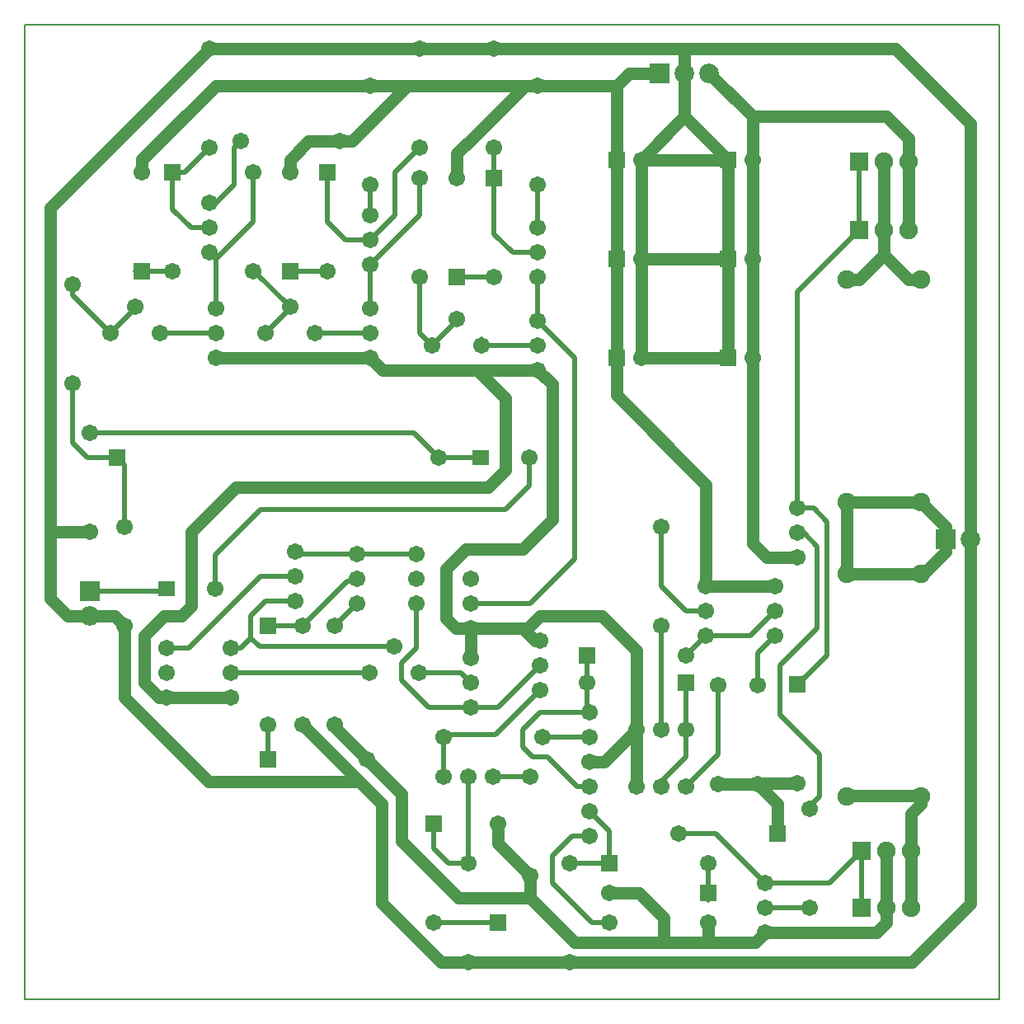
<source format=gbl>
G04 #@! TF.FileFunction,Copper,L2,Bot,Signal*
%FSLAX46Y46*%
G04 Gerber Fmt 4.6, Leading zero omitted, Abs format (unit mm)*
G04 Created by KiCad (PCBNEW 4.0.1-stable) date 09/21/16 04:31:25*
%MOMM*%
G01*
G04 APERTURE LIST*
%ADD10C,0.100000*%
%ADD11C,0.150000*%
%ADD12R,1.716000X1.716000*%
%ADD13C,1.716000*%
%ADD14R,2.016000X2.016000*%
%ADD15C,2.016000*%
%ADD16C,1.916000*%
%ADD17R,1.916000X1.916000*%
%ADD18R,1.716000X1.554000*%
%ADD19C,0.508000*%
%ADD20C,1.270000*%
G04 APERTURE END LIST*
D10*
D11*
X115000000Y-145000000D02*
X115000000Y-45000000D01*
X215000000Y-45000000D02*
X115000000Y-45000000D01*
X215000000Y-145000000D02*
X115000000Y-145000000D01*
X215000000Y-45000000D02*
X215000000Y-145000000D01*
D12*
X126957460Y-70251480D03*
D13*
X126960000Y-60092000D03*
D12*
X130137540Y-60092520D03*
D13*
X130135000Y-70252000D03*
D12*
X142197460Y-70251480D03*
D13*
X142200000Y-60092000D03*
D12*
X146012540Y-60092520D03*
D13*
X146010000Y-70252000D03*
D12*
X159342460Y-70886480D03*
D13*
X159345000Y-60727000D03*
D12*
X163157540Y-60727520D03*
D13*
X163155000Y-70887000D03*
D12*
X139954520Y-120393460D03*
D13*
X150114000Y-120396000D03*
D12*
X139956540Y-106680520D03*
D13*
X139954000Y-116840000D03*
D12*
X163573460Y-137159480D03*
D13*
X163576000Y-127000000D03*
D12*
X156974540Y-127000520D03*
D13*
X156972000Y-137160000D03*
D12*
X185165480Y-134114540D03*
D13*
X175006000Y-134112000D03*
D12*
X175006520Y-131061460D03*
D13*
X185166000Y-131064000D03*
D12*
X172720520Y-109725460D03*
D13*
X182880000Y-109728000D03*
D12*
X182879480Y-112524540D03*
D13*
X172720000Y-112522000D03*
D12*
X192277480Y-128018540D03*
D13*
X182118000Y-128016000D03*
D12*
X194272540Y-112670520D03*
D13*
X194270000Y-122830000D03*
D14*
X121666000Y-103124000D03*
D15*
X121666000Y-105664000D03*
D14*
X209550000Y-97790000D03*
D15*
X212090000Y-97790000D03*
D14*
X180173000Y-49932000D03*
D15*
X182713000Y-49932000D03*
X185253000Y-49932000D03*
D13*
X133945000Y-65807000D03*
X133945000Y-63267000D03*
X133945000Y-68347000D03*
X134580000Y-76602000D03*
X134580000Y-79142000D03*
X134580000Y-74062000D03*
X150455000Y-67077000D03*
X150455000Y-64537000D03*
X150455000Y-69617000D03*
X150455000Y-76602000D03*
X150455000Y-79142000D03*
X150455000Y-74062000D03*
X167600000Y-68347000D03*
X167600000Y-65807000D03*
X167600000Y-70887000D03*
X167600000Y-77872000D03*
X167600000Y-80412000D03*
X167600000Y-75332000D03*
X149098000Y-101854000D03*
X149098000Y-104394000D03*
X149098000Y-99314000D03*
X142748000Y-101600000D03*
X142748000Y-99060000D03*
X142748000Y-104140000D03*
X129540000Y-111506000D03*
X129540000Y-108966000D03*
X129540000Y-114046000D03*
X155194000Y-101854000D03*
X155194000Y-99314000D03*
X155194000Y-104394000D03*
X160782000Y-104394000D03*
X160782000Y-101854000D03*
X160782000Y-106934000D03*
X136144000Y-111506000D03*
X136144000Y-114046000D03*
X136144000Y-108966000D03*
X160782000Y-112522000D03*
X160782000Y-109982000D03*
X160782000Y-115062000D03*
X160528000Y-122174000D03*
X163068000Y-122174000D03*
X157988000Y-122174000D03*
X167894000Y-110744000D03*
X167894000Y-113284000D03*
X167894000Y-108204000D03*
X172974000Y-125730000D03*
X172974000Y-128270000D03*
X172974000Y-123190000D03*
X172974000Y-118110000D03*
X172974000Y-120650000D03*
X172974000Y-115570000D03*
X184912000Y-105156000D03*
X184912000Y-102616000D03*
X184912000Y-107696000D03*
X180340000Y-117348000D03*
X177800000Y-117348000D03*
X182880000Y-117348000D03*
X192024000Y-105156000D03*
X192024000Y-107696000D03*
X192024000Y-102616000D03*
X180340000Y-123190000D03*
X182880000Y-123190000D03*
X177800000Y-123190000D03*
X191008000Y-135636000D03*
X191008000Y-138176000D03*
X191008000Y-133096000D03*
X194310000Y-97155000D03*
X194310000Y-99695000D03*
X194310000Y-94615000D03*
D16*
X203454000Y-135636000D03*
D17*
X200914000Y-135636000D03*
D16*
X205994000Y-135636000D03*
X203454000Y-129794000D03*
D17*
X200914000Y-129794000D03*
D16*
X205994000Y-129794000D03*
X203200000Y-66040000D03*
D17*
X200660000Y-66040000D03*
D16*
X205740000Y-66040000D03*
X203200000Y-59055000D03*
D17*
X200660000Y-59055000D03*
D16*
X205740000Y-59055000D03*
D18*
X129540000Y-102870000D03*
D13*
X134540000Y-102870000D03*
D18*
X161798000Y-89408000D03*
D13*
X166798000Y-89408000D03*
D12*
X175728000Y-58822000D03*
D13*
X178268000Y-58822000D03*
D12*
X175728000Y-68982000D03*
D13*
X178268000Y-68982000D03*
D12*
X175728000Y-79142000D03*
D13*
X178268000Y-79142000D03*
D12*
X187158000Y-58822000D03*
D13*
X189698000Y-58822000D03*
D12*
X187158000Y-68982000D03*
D13*
X189698000Y-68982000D03*
D12*
X187158000Y-79142000D03*
D13*
X189698000Y-79142000D03*
D16*
X199390000Y-124206000D03*
X199390000Y-101346000D03*
X207010000Y-124206000D03*
X207010000Y-101346000D03*
X199390000Y-93980000D03*
X199390000Y-71120000D03*
X207010000Y-93980000D03*
X207010000Y-71120000D03*
D13*
X121666000Y-86868000D03*
X121666000Y-97028000D03*
X125222000Y-96520000D03*
X125222000Y-106680000D03*
X119888000Y-71628000D03*
X119888000Y-81788000D03*
X147280000Y-56917000D03*
X137120000Y-56917000D03*
X133945000Y-57552000D03*
X133945000Y-47392000D03*
X138390000Y-70252000D03*
X138390000Y-60092000D03*
X150455000Y-51202000D03*
X150455000Y-61362000D03*
X155535000Y-57552000D03*
X155535000Y-47392000D03*
X155535000Y-70887000D03*
X155535000Y-60727000D03*
X167600000Y-51202000D03*
X167600000Y-61362000D03*
X163155000Y-57552000D03*
X163155000Y-47392000D03*
X146812000Y-116840000D03*
X146812000Y-106680000D03*
X143510000Y-106680000D03*
X143510000Y-116840000D03*
X166878000Y-132334000D03*
X166878000Y-122174000D03*
X160528000Y-131064000D03*
X160528000Y-141224000D03*
X157988000Y-118110000D03*
X168148000Y-118110000D03*
X185166000Y-137160000D03*
X175006000Y-137160000D03*
X170942000Y-131064000D03*
X170942000Y-141224000D03*
X180340000Y-96520000D03*
X180340000Y-106680000D03*
X190246000Y-112776000D03*
X190246000Y-122936000D03*
X186182000Y-122936000D03*
X186182000Y-112776000D03*
X195580000Y-135636000D03*
X195580000Y-125476000D03*
D12*
X124460000Y-89408000D03*
D13*
X157480000Y-89408000D03*
X123785000Y-76602000D03*
X126325000Y-73935000D03*
X128865000Y-76602000D03*
X139660000Y-76602000D03*
X142200000Y-73935000D03*
X144740000Y-76602000D03*
X156805000Y-77872000D03*
X159345000Y-75205000D03*
X161885000Y-77872000D03*
X150368000Y-111506000D03*
X152908000Y-108839000D03*
X155448000Y-111506000D03*
D19*
X119888000Y-81788000D02*
X119888000Y-87884000D01*
X121412000Y-89408000D02*
X124460000Y-89408000D01*
X119888000Y-87884000D02*
X121412000Y-89408000D01*
X125222000Y-96520000D02*
X125222000Y-90170000D01*
X125222000Y-90170000D02*
X124460000Y-89408000D01*
X121666000Y-86868000D02*
X154940000Y-86868000D01*
X154940000Y-86868000D02*
X157480000Y-89408000D01*
X157480000Y-89408000D02*
X161798000Y-89408000D01*
X166798000Y-89408000D02*
X166798000Y-92282000D01*
X164338000Y-94742000D02*
X161464000Y-94742000D01*
X166798000Y-92282000D02*
X164338000Y-94742000D01*
X134540000Y-102870000D02*
X134540000Y-99394000D01*
X139192000Y-94742000D02*
X161464000Y-94742000D01*
X134540000Y-99394000D02*
X139192000Y-94742000D01*
X121666000Y-103124000D02*
X123190000Y-103124000D01*
X123190000Y-103124000D02*
X129286000Y-103124000D01*
X129286000Y-103124000D02*
X129540000Y-102870000D01*
D20*
X175728000Y-79142000D02*
X175728000Y-83018000D01*
X184912000Y-92202000D02*
X184912000Y-102616000D01*
X175728000Y-83018000D02*
X184912000Y-92202000D01*
X126960000Y-60092000D02*
X126960000Y-58822000D01*
X126960000Y-58822000D02*
X134580000Y-51202000D01*
X126960000Y-58822000D02*
X127000000Y-58782000D01*
X175006000Y-134112000D02*
X178054000Y-134112000D01*
X180594000Y-136652000D02*
X180594000Y-139192000D01*
X178054000Y-134112000D02*
X180594000Y-136652000D01*
X150114000Y-120396000D02*
X153670000Y-123952000D01*
X159512000Y-134620000D02*
X166878000Y-134620000D01*
X153670000Y-128778000D02*
X159512000Y-134620000D01*
X153670000Y-123952000D02*
X153670000Y-128778000D01*
X146812000Y-116840000D02*
X146812000Y-117094000D01*
X146812000Y-117094000D02*
X150114000Y-120396000D01*
X185166000Y-137160000D02*
X185166000Y-139192000D01*
X185166000Y-139192000D02*
X185166000Y-138938000D01*
X185166000Y-138938000D02*
X185166000Y-139192000D01*
X166878000Y-132334000D02*
X166878000Y-134620000D01*
X189992000Y-139192000D02*
X191008000Y-138176000D01*
X171450000Y-139192000D02*
X180594000Y-139192000D01*
X180594000Y-139192000D02*
X185166000Y-139192000D01*
X166878000Y-134620000D02*
X171450000Y-139192000D01*
X185166000Y-139192000D02*
X189992000Y-139192000D01*
X163576000Y-127000000D02*
X163576000Y-129032000D01*
X163576000Y-129032000D02*
X166878000Y-132334000D01*
X191008000Y-138176000D02*
X202438000Y-138176000D01*
X202438000Y-138176000D02*
X203454000Y-137160000D01*
X203454000Y-137160000D02*
X203454000Y-135636000D01*
X203454000Y-129794000D02*
X203454000Y-135636000D01*
X184912000Y-102616000D02*
X192024000Y-102616000D01*
X169505000Y-51202000D02*
X175728000Y-51202000D01*
X127000000Y-58782000D02*
X134580000Y-51202000D01*
X134580000Y-51202000D02*
X150455000Y-51202000D01*
X147280000Y-56917000D02*
X148550000Y-56917000D01*
X148550000Y-56917000D02*
X154265000Y-51202000D01*
X142200000Y-60092000D02*
X142200000Y-58822000D01*
X144105000Y-56917000D02*
X147280000Y-56917000D01*
X142200000Y-58822000D02*
X144105000Y-56917000D01*
X150455000Y-51202000D02*
X152360000Y-51202000D01*
X167600000Y-51202000D02*
X169505000Y-51202000D01*
X159345000Y-60727000D02*
X159345000Y-58187000D01*
X159345000Y-58187000D02*
X161250000Y-56282000D01*
X161250000Y-56282000D02*
X166330000Y-51202000D01*
X165695000Y-51837000D02*
X165695000Y-51202000D01*
X166330000Y-51202000D02*
X165695000Y-51837000D01*
X175728000Y-51202000D02*
X175728000Y-58822000D01*
X152360000Y-51202000D02*
X154265000Y-51202000D01*
X154265000Y-51202000D02*
X165695000Y-51202000D01*
X165695000Y-51202000D02*
X169505000Y-51202000D01*
X176998000Y-49932000D02*
X180173000Y-49932000D01*
X175728000Y-51202000D02*
X176998000Y-49932000D01*
X175728000Y-68982000D02*
X175728000Y-58822000D01*
X175728000Y-68982000D02*
X175728000Y-79142000D01*
X133945000Y-47392000D02*
X155535000Y-47392000D01*
X121666000Y-97028000D02*
X117602000Y-97028000D01*
X117602000Y-97028000D02*
X117856000Y-97028000D01*
X117856000Y-97028000D02*
X117602000Y-97028000D01*
X133945000Y-47392000D02*
X133945000Y-47411000D01*
X133945000Y-47411000D02*
X117602000Y-63754000D01*
X119380000Y-105664000D02*
X121666000Y-105664000D01*
X117602000Y-103886000D02*
X119380000Y-105664000D01*
X117602000Y-63754000D02*
X117602000Y-97028000D01*
X117602000Y-97028000D02*
X117602000Y-103886000D01*
X125222000Y-106680000D02*
X125222000Y-114046000D01*
X133858000Y-122682000D02*
X149352000Y-122682000D01*
X125222000Y-114046000D02*
X133858000Y-122682000D01*
X121666000Y-105664000D02*
X124206000Y-105664000D01*
X124206000Y-105664000D02*
X125222000Y-106680000D01*
X143510000Y-116840000D02*
X149352000Y-122682000D01*
X149352000Y-122682000D02*
X150368000Y-123698000D01*
X150368000Y-123698000D02*
X151638000Y-124968000D01*
X151638000Y-124968000D02*
X151638000Y-128524002D01*
X151638000Y-128524002D02*
X151638000Y-135128000D01*
X151638000Y-135128000D02*
X157734000Y-141224000D01*
X157734000Y-141224000D02*
X160528000Y-141224000D01*
X160528000Y-141224000D02*
X162560000Y-141224000D01*
X162560000Y-141224000D02*
X162560000Y-141245000D01*
X170942000Y-141224000D02*
X172466000Y-141224000D01*
X172466000Y-141224000D02*
X172487000Y-141245000D01*
X181102000Y-47392000D02*
X204364000Y-47392000D01*
X212090000Y-55118000D02*
X212090000Y-97790000D01*
X204364000Y-47392000D02*
X212090000Y-55118000D01*
X182713000Y-49932000D02*
X182713000Y-47585000D01*
X182713000Y-47585000D02*
X182520000Y-47392000D01*
X165695000Y-47392000D02*
X181102000Y-47392000D01*
X181102000Y-47392000D02*
X182520000Y-47392000D01*
X182520000Y-47392000D02*
X182626000Y-47498000D01*
X162560000Y-141245000D02*
X172487000Y-141245000D01*
X172487000Y-141245000D02*
X206100000Y-141245000D01*
X206100000Y-141245000D02*
X212090000Y-135255000D01*
X212090000Y-135255000D02*
X212090000Y-97790000D01*
X155535000Y-47392000D02*
X154265000Y-47392000D01*
X154265000Y-47392000D02*
X165695000Y-47392000D01*
X163155000Y-47392000D02*
X165695000Y-47392000D01*
X182713000Y-54377000D02*
X187158000Y-58822000D01*
X182713000Y-49932000D02*
X182713000Y-54377000D01*
X182713000Y-54377000D02*
X178268000Y-58822000D01*
X178268000Y-68982000D02*
X178268000Y-79142000D01*
X178268000Y-79142000D02*
X187158000Y-79142000D01*
X187158000Y-79142000D02*
X187158000Y-68982000D01*
X187158000Y-68982000D02*
X178268000Y-68982000D01*
X178268000Y-68982000D02*
X178268000Y-58822000D01*
X178268000Y-58822000D02*
X187158000Y-58822000D01*
X187158000Y-58822000D02*
X187158000Y-68982000D01*
X167600000Y-80412000D02*
X167660998Y-80412000D01*
X167660998Y-80412000D02*
X169164000Y-81915002D01*
X169164000Y-95758000D02*
X168148000Y-96774000D01*
X169164000Y-81915002D02*
X169164000Y-95758000D01*
X160782000Y-106934000D02*
X159258000Y-106934000D01*
X166116000Y-98806000D02*
X168148000Y-96774000D01*
X160274000Y-98806000D02*
X166116000Y-98806000D01*
X158242000Y-100838000D02*
X160274000Y-98806000D01*
X158242000Y-105918000D02*
X158242000Y-100838000D01*
X159258000Y-106934000D02*
X158242000Y-105918000D01*
X161036000Y-92456000D02*
X162560000Y-92456000D01*
X127254000Y-112522000D02*
X127254000Y-107696000D01*
X127254000Y-107696000D02*
X129286000Y-105664000D01*
X129286000Y-105664000D02*
X131064000Y-105664000D01*
X131064000Y-105664000D02*
X132080000Y-104648000D01*
X132080000Y-104648000D02*
X132080000Y-97028000D01*
X132080000Y-97028000D02*
X136652000Y-92456000D01*
X136652000Y-92456000D02*
X161036000Y-92456000D01*
X128778000Y-114046000D02*
X127254000Y-112522000D01*
X164338000Y-83312000D02*
X161438000Y-80412000D01*
X164338000Y-90678000D02*
X164338000Y-83312000D01*
X162560000Y-92456000D02*
X164338000Y-90678000D01*
X129540000Y-114046000D02*
X128778000Y-114046000D01*
X136144000Y-114046000D02*
X129540000Y-114046000D01*
X134580000Y-79142000D02*
X150455000Y-79142000D01*
X150455000Y-79142000D02*
X151725000Y-80412000D01*
X151725000Y-80412000D02*
X161438000Y-80412000D01*
X161438000Y-80412000D02*
X167600000Y-80412000D01*
X167894000Y-108204000D02*
X167386000Y-108204000D01*
X167386000Y-108204000D02*
X166116000Y-106934000D01*
X160782000Y-106934000D02*
X166116000Y-106934000D01*
X166116000Y-106934000D02*
X166624000Y-106934000D01*
X166624000Y-106934000D02*
X167894000Y-105664000D01*
X160782000Y-109982000D02*
X160782000Y-106934000D01*
X177800000Y-109220000D02*
X177800000Y-117348000D01*
X167894000Y-105664000D02*
X174244000Y-105664000D01*
X174244000Y-105664000D02*
X177800000Y-109220000D01*
X172974000Y-120650000D02*
X174498000Y-120650000D01*
X174498000Y-120650000D02*
X177800000Y-117348000D01*
X177800000Y-123190000D02*
X177800000Y-117348000D01*
X194310000Y-99695000D02*
X191135000Y-99695000D01*
X189698000Y-88178000D02*
X189698000Y-79142000D01*
X189698000Y-98258000D02*
X189698000Y-88178000D01*
X191135000Y-99695000D02*
X189698000Y-98258000D01*
X189698000Y-54377000D02*
X203475000Y-54377000D01*
X205740000Y-56642000D02*
X205740000Y-59055000D01*
X203475000Y-54377000D02*
X205740000Y-56642000D01*
X205740000Y-66040000D02*
X205740000Y-59055000D01*
X189698000Y-58822000D02*
X189698000Y-54377000D01*
X189698000Y-54377000D02*
X185253000Y-49932000D01*
X189698000Y-68982000D02*
X189698000Y-58822000D01*
X189698000Y-68982000D02*
X189698000Y-79142000D01*
D19*
X126322460Y-70251480D02*
X130134480Y-70251480D01*
X130134480Y-70251480D02*
X130135000Y-70252000D01*
X130137540Y-60092520D02*
X131404480Y-60092520D01*
X131404480Y-60092520D02*
X133945000Y-57552000D01*
X133945000Y-65807000D02*
X132040000Y-65807000D01*
X130137540Y-63904540D02*
X130137540Y-60092520D01*
X132040000Y-65807000D02*
X130137540Y-63904540D01*
X146010000Y-70252000D02*
X142197980Y-70252000D01*
X142197980Y-70252000D02*
X142197460Y-70251480D01*
X146012540Y-60092520D02*
X146012540Y-65174540D01*
X147915000Y-67077000D02*
X150455000Y-67077000D01*
X146012540Y-65174540D02*
X147915000Y-67077000D01*
X150455000Y-67077000D02*
X152995000Y-64537000D01*
X152995000Y-60092000D02*
X155535000Y-57552000D01*
X152995000Y-64537000D02*
X152995000Y-60092000D01*
X163155000Y-70887000D02*
X159342980Y-70887000D01*
X159342980Y-70887000D02*
X159342460Y-70886480D01*
X163155000Y-57552000D02*
X163155000Y-60724980D01*
X163155000Y-60724980D02*
X163157540Y-60727520D01*
X163157540Y-60727520D02*
X163157540Y-66444540D01*
X165060000Y-68347000D02*
X167600000Y-68347000D01*
X163157540Y-66444540D02*
X165060000Y-68347000D01*
X139954000Y-116840000D02*
X139954000Y-120392940D01*
X139954000Y-120392940D02*
X139954520Y-120393460D01*
X139956540Y-106680520D02*
X143509480Y-106680520D01*
X143509480Y-106680520D02*
X143510000Y-106680000D01*
X143510000Y-106680000D02*
X148082000Y-102108000D01*
X148082000Y-102108000D02*
X148844000Y-102108000D01*
X148844000Y-102108000D02*
X149098000Y-101854000D01*
X156972000Y-137160000D02*
X163572940Y-137160000D01*
X163572940Y-137160000D02*
X163573460Y-137159480D01*
X156974540Y-127000520D02*
X156974540Y-129542540D01*
X158496000Y-131064000D02*
X160528000Y-131064000D01*
X156974540Y-129542540D02*
X158496000Y-131064000D01*
X160528000Y-122174000D02*
X160528000Y-131064000D01*
X185166000Y-131318000D02*
X185166000Y-134876020D01*
X185166000Y-134876020D02*
X185165480Y-134876540D01*
X170942000Y-131064000D02*
X174755060Y-131064000D01*
X174755060Y-131064000D02*
X175006520Y-131315460D01*
X175006520Y-131315460D02*
X175006520Y-127762520D01*
X175006520Y-127762520D02*
X172974000Y-125730000D01*
X182880000Y-109728000D02*
X184912000Y-107696000D01*
X184912000Y-107696000D02*
X189484000Y-107696000D01*
X189484000Y-107696000D02*
X192024000Y-105156000D01*
X172974000Y-123190000D02*
X171704000Y-123190000D01*
X167894000Y-115570000D02*
X172974000Y-115570000D01*
X166116000Y-117348000D02*
X167894000Y-115570000D01*
X166116000Y-119126000D02*
X166116000Y-117348000D01*
X167132000Y-120142000D02*
X166116000Y-119126000D01*
X168656000Y-120142000D02*
X167132000Y-120142000D01*
X171704000Y-123190000D02*
X168656000Y-120142000D01*
X172720000Y-112522000D02*
X172720000Y-115316000D01*
X172720000Y-115316000D02*
X172974000Y-115570000D01*
X172720520Y-109725460D02*
X172720520Y-112521480D01*
X172720520Y-112521480D02*
X172720000Y-112522000D01*
X182879480Y-112524540D02*
X182879480Y-117347480D01*
X182879480Y-117347480D02*
X182880000Y-117348000D01*
X182879480Y-113286540D02*
X182879480Y-117347480D01*
X182879480Y-117347480D02*
X182880000Y-117348000D01*
X180340000Y-123190000D02*
X180340000Y-122682000D01*
X180340000Y-122682000D02*
X182880000Y-120142000D01*
X182880000Y-120142000D02*
X182880000Y-117348000D01*
X182118000Y-128016000D02*
X185928000Y-128016000D01*
X185928000Y-128016000D02*
X191008000Y-133096000D01*
X191008000Y-133096000D02*
X197612000Y-133096000D01*
X197612000Y-133096000D02*
X200914000Y-129794000D01*
X200914000Y-135636000D02*
X200914000Y-129794000D01*
D20*
X192277480Y-128018540D02*
X192277480Y-124967480D01*
X192277480Y-124967480D02*
X190246000Y-122936000D01*
X186182000Y-122936000D02*
X190246000Y-122936000D01*
X194270000Y-122830000D02*
X190352000Y-122830000D01*
X194269480Y-122830520D02*
X194270000Y-122830000D01*
X194269480Y-122833580D02*
X194272540Y-122830520D01*
D19*
X194272540Y-112670520D02*
X194415480Y-112670520D01*
X194415480Y-112670520D02*
X197358000Y-109728000D01*
X195961000Y-94615000D02*
X194310000Y-94615000D01*
X197358000Y-96012000D02*
X195961000Y-94615000D01*
X197358000Y-109728000D02*
X197358000Y-96012000D01*
X194310000Y-94615000D02*
X194310000Y-72390000D01*
X194310000Y-72390000D02*
X200660000Y-66040000D01*
X200660000Y-66040000D02*
X200660000Y-59055000D01*
X194905000Y-112038060D02*
X194272540Y-112670520D01*
X194905520Y-112670520D02*
X194272540Y-112670520D01*
D20*
X207010000Y-93980000D02*
X199390000Y-93980000D01*
X199390000Y-93980000D02*
X199390000Y-101346000D01*
X207010000Y-93980000D02*
X209550000Y-96520000D01*
X209550000Y-96520000D02*
X209550000Y-97790000D01*
X209550000Y-97790000D02*
X209550000Y-99060000D01*
X209550000Y-99060000D02*
X209510000Y-99100000D01*
X207010000Y-101346000D02*
X207264000Y-101346000D01*
X207264000Y-101346000D02*
X209510000Y-99100000D01*
X199390000Y-101346000D02*
X207010000Y-101346000D01*
X209510000Y-99100000D02*
X209510000Y-98700000D01*
D19*
X119888000Y-71628000D02*
X119888000Y-72705000D01*
X119888000Y-72705000D02*
X123785000Y-76602000D01*
X123785000Y-76602000D02*
X126325000Y-74062000D01*
X126325000Y-74062000D02*
X126325000Y-73935000D01*
X128865000Y-76602000D02*
X134580000Y-76602000D01*
X138390000Y-70252000D02*
X138517000Y-70252000D01*
X138517000Y-70252000D02*
X142200000Y-73935000D01*
X142200000Y-73935000D02*
X142200000Y-74062000D01*
X142200000Y-74062000D02*
X139660000Y-76602000D01*
X144740000Y-76602000D02*
X150455000Y-76602000D01*
X155535000Y-70887000D02*
X155535000Y-76602000D01*
X155535000Y-76602000D02*
X156805000Y-77872000D01*
X159345000Y-75205000D02*
X159345000Y-75332000D01*
X159345000Y-75332000D02*
X156805000Y-77872000D01*
X161885000Y-77872000D02*
X167600000Y-77872000D01*
X161885000Y-77872000D02*
X161885000Y-77237000D01*
X136144000Y-111506000D02*
X150368000Y-111506000D01*
X136144000Y-108966000D02*
X137160000Y-108966000D01*
X137160000Y-108966000D02*
X138176000Y-107950000D01*
X142748000Y-104140000D02*
X141732000Y-104140000D01*
X137160000Y-108966000D02*
X137922000Y-108204000D01*
X141732000Y-104140000D02*
X139700000Y-104140000D01*
X139065000Y-108839000D02*
X152908000Y-108839000D01*
X138176000Y-107950000D02*
X139065000Y-108839000D01*
X138176000Y-105664000D02*
X138176000Y-107950000D01*
X139700000Y-104140000D02*
X138176000Y-105664000D01*
X155448000Y-111506000D02*
X159766000Y-111506000D01*
X159766000Y-111506000D02*
X160782000Y-112522000D01*
X133945000Y-63267000D02*
X134580000Y-63267000D01*
X134580000Y-63267000D02*
X136485000Y-61362000D01*
X136485000Y-57552000D02*
X137120000Y-56917000D01*
X136485000Y-61362000D02*
X136485000Y-57552000D01*
X138390000Y-60092000D02*
X138390000Y-65172000D01*
X138390000Y-65172000D02*
X134580000Y-68982000D01*
X134580000Y-69617000D02*
X134580000Y-68982000D01*
X134580000Y-74062000D02*
X134580000Y-69617000D01*
X134580000Y-68982000D02*
X133945000Y-68347000D01*
X150455000Y-64537000D02*
X150455000Y-61362000D01*
X155535000Y-60727000D02*
X155535000Y-64537000D01*
X155535000Y-64537000D02*
X150455000Y-69617000D01*
X150455000Y-69617000D02*
X150455000Y-74062000D01*
X167600000Y-61362000D02*
X167600000Y-65807000D01*
X165608000Y-104394000D02*
X166878000Y-104394000D01*
X171450000Y-79182000D02*
X169926000Y-77658000D01*
X171450000Y-99822000D02*
X171450000Y-79182000D01*
X166878000Y-104394000D02*
X171450000Y-99822000D01*
X160782000Y-104394000D02*
X165608000Y-104394000D01*
X169926000Y-77658000D02*
X167600000Y-75332000D01*
X167600000Y-75332000D02*
X167600000Y-70887000D01*
X146812000Y-106680000D02*
X149098000Y-104394000D01*
X129032000Y-108966000D02*
X131826000Y-108966000D01*
X139192000Y-101600000D02*
X142748000Y-101600000D01*
X131826000Y-108966000D02*
X139192000Y-101600000D01*
X142240000Y-99314000D02*
X149098000Y-99314000D01*
X149098000Y-99314000D02*
X155194000Y-99314000D01*
X160782000Y-115062000D02*
X156464000Y-115062000D01*
X155194000Y-108966000D02*
X155194000Y-104394000D01*
X153670000Y-110490000D02*
X155194000Y-108966000D01*
X153670000Y-112268000D02*
X153670000Y-110490000D01*
X156464000Y-115062000D02*
X153670000Y-112268000D01*
X160782000Y-115062000D02*
X163576000Y-115062000D01*
X163576000Y-115062000D02*
X167894000Y-110744000D01*
X163068000Y-122174000D02*
X166878000Y-122174000D01*
X167894000Y-113284000D02*
X163322000Y-117856000D01*
X163322000Y-117856000D02*
X158242000Y-117856000D01*
X158242000Y-117856000D02*
X157988000Y-118110000D01*
X157988000Y-118110000D02*
X157988000Y-122174000D01*
X172974000Y-128270000D02*
X171196000Y-128270000D01*
X173228000Y-137160000D02*
X175006000Y-137160000D01*
X169164000Y-133096000D02*
X173228000Y-137160000D01*
X169164000Y-130302000D02*
X169164000Y-133096000D01*
X171196000Y-128270000D02*
X169164000Y-130302000D01*
X168148000Y-118110000D02*
X172974000Y-118110000D01*
X180340000Y-96520000D02*
X180340000Y-102616000D01*
X182880000Y-105156000D02*
X184912000Y-105156000D01*
X180340000Y-102616000D02*
X182880000Y-105156000D01*
X180340000Y-106680000D02*
X180340000Y-117348000D01*
X180848000Y-116840000D02*
X180340000Y-117348000D01*
X190246000Y-112776000D02*
X190246000Y-109474000D01*
X190246000Y-109474000D02*
X192024000Y-107696000D01*
X182880000Y-123190000D02*
X185420000Y-120650000D01*
X186182000Y-119888000D02*
X186182000Y-112776000D01*
X185420000Y-120650000D02*
X186182000Y-119888000D01*
X191008000Y-135636000D02*
X195580000Y-135636000D01*
X195580000Y-125476000D02*
X195580000Y-125222000D01*
X195580000Y-125222000D02*
X196596000Y-124206000D01*
X196596000Y-124206000D02*
X196596000Y-123679000D01*
X194310000Y-97155000D02*
X194945000Y-97155000D01*
X194945000Y-97155000D02*
X196341998Y-98551998D01*
X196341998Y-98551998D02*
X196341998Y-106934002D01*
X196341998Y-106934002D02*
X192532000Y-110744000D01*
X192532000Y-110744000D02*
X192532000Y-115824000D01*
X192532000Y-115824000D02*
X196596000Y-119888000D01*
X196596000Y-119888000D02*
X196596000Y-123679000D01*
D20*
X205994000Y-135636000D02*
X205994000Y-129794000D01*
X205994000Y-129794000D02*
X205994000Y-125984000D01*
X205994000Y-125984000D02*
X207010000Y-124968000D01*
X207010000Y-124968000D02*
X207010000Y-124206000D01*
X199350000Y-124100000D02*
X206970000Y-124100000D01*
X207010000Y-71120000D02*
X205740000Y-71120000D01*
X205740000Y-71120000D02*
X203200000Y-68580000D01*
X199390000Y-71120000D02*
X200660000Y-71120000D01*
X200660000Y-71120000D02*
X203200000Y-68580000D01*
X203200000Y-68580000D02*
X203200000Y-66040000D01*
X203200000Y-59055000D02*
X203200000Y-66040000D01*
M02*

</source>
